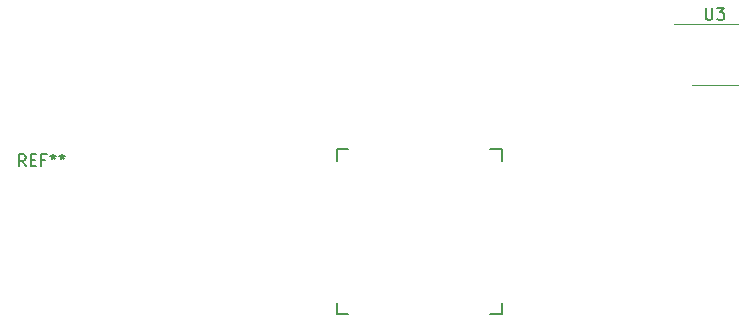
<source format=gto>
%TF.GenerationSoftware,KiCad,Pcbnew,(5.1.6)-1*%
%TF.CreationDate,2022-02-18T00:55:21-05:00*%
%TF.ProjectId,base,62617365-2e6b-4696-9361-645f70636258,rev?*%
%TF.SameCoordinates,Original*%
%TF.FileFunction,Legend,Top*%
%TF.FilePolarity,Positive*%
%FSLAX46Y46*%
G04 Gerber Fmt 4.6, Leading zero omitted, Abs format (unit mm)*
G04 Created by KiCad (PCBNEW (5.1.6)-1) date 2022-02-18 00:55:21*
%MOMM*%
%LPD*%
G01*
G04 APERTURE LIST*
%ADD10C,0.150000*%
%ADD11C,0.120000*%
G04 APERTURE END LIST*
D10*
%TO.C,SW2*%
X135000000Y-118000000D02*
X135000000Y-117000000D01*
X136000000Y-104000000D02*
X135000000Y-104000000D01*
X135000000Y-118000000D02*
X136000000Y-118000000D01*
X135000000Y-105000000D02*
X135000000Y-104000000D01*
X149000000Y-104000000D02*
X149000000Y-105000000D01*
X148000000Y-118000000D02*
X149000000Y-118000000D01*
X149000000Y-104000000D02*
X148000000Y-104000000D01*
X149000000Y-117000000D02*
X149000000Y-118000000D01*
D11*
%TO.C,U3*%
X167000000Y-98560000D02*
X168950000Y-98560000D01*
X167000000Y-98560000D02*
X165050000Y-98560000D01*
X167000000Y-93440000D02*
X168950000Y-93440000D01*
X167000000Y-93440000D02*
X163550000Y-93440000D01*
%TO.C,REF\u002A\u002A*%
D10*
X108666666Y-105452380D02*
X108333333Y-104976190D01*
X108095238Y-105452380D02*
X108095238Y-104452380D01*
X108476190Y-104452380D01*
X108571428Y-104500000D01*
X108619047Y-104547619D01*
X108666666Y-104642857D01*
X108666666Y-104785714D01*
X108619047Y-104880952D01*
X108571428Y-104928571D01*
X108476190Y-104976190D01*
X108095238Y-104976190D01*
X109095238Y-104928571D02*
X109428571Y-104928571D01*
X109571428Y-105452380D02*
X109095238Y-105452380D01*
X109095238Y-104452380D01*
X109571428Y-104452380D01*
X110333333Y-104928571D02*
X110000000Y-104928571D01*
X110000000Y-105452380D02*
X110000000Y-104452380D01*
X110476190Y-104452380D01*
X111000000Y-104452380D02*
X111000000Y-104690476D01*
X110761904Y-104595238D02*
X111000000Y-104690476D01*
X111238095Y-104595238D01*
X110857142Y-104880952D02*
X111000000Y-104690476D01*
X111142857Y-104880952D01*
X111761904Y-104452380D02*
X111761904Y-104690476D01*
X111523809Y-104595238D02*
X111761904Y-104690476D01*
X112000000Y-104595238D01*
X111619047Y-104880952D02*
X111761904Y-104690476D01*
X111904761Y-104880952D01*
%TO.C,U3*%
X166238095Y-92052380D02*
X166238095Y-92861904D01*
X166285714Y-92957142D01*
X166333333Y-93004761D01*
X166428571Y-93052380D01*
X166619047Y-93052380D01*
X166714285Y-93004761D01*
X166761904Y-92957142D01*
X166809523Y-92861904D01*
X166809523Y-92052380D01*
X167190476Y-92052380D02*
X167809523Y-92052380D01*
X167476190Y-92433333D01*
X167619047Y-92433333D01*
X167714285Y-92480952D01*
X167761904Y-92528571D01*
X167809523Y-92623809D01*
X167809523Y-92861904D01*
X167761904Y-92957142D01*
X167714285Y-93004761D01*
X167619047Y-93052380D01*
X167333333Y-93052380D01*
X167238095Y-93004761D01*
X167190476Y-92957142D01*
%TD*%
M02*

</source>
